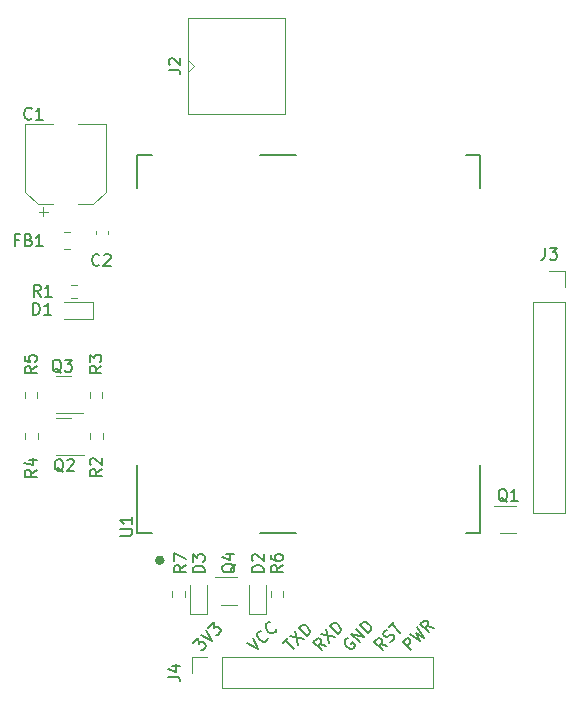
<source format=gbr>
%TF.GenerationSoftware,KiCad,Pcbnew,7.0.5*%
%TF.CreationDate,2023-07-01T23:53:25+07:00*%
%TF.ProjectId,PoeSci EFarm Rev 3,506f6553-6369-4204-9546-61726d205265,rev?*%
%TF.SameCoordinates,Original*%
%TF.FileFunction,Legend,Top*%
%TF.FilePolarity,Positive*%
%FSLAX46Y46*%
G04 Gerber Fmt 4.6, Leading zero omitted, Abs format (unit mm)*
G04 Created by KiCad (PCBNEW 7.0.5) date 2023-07-01 23:53:25*
%MOMM*%
%LPD*%
G01*
G04 APERTURE LIST*
%ADD10C,0.150000*%
%ADD11C,0.120000*%
%ADD12C,0.127000*%
%ADD13C,0.400000*%
G04 APERTURE END LIST*
D10*
X117909809Y-99032184D02*
X117808794Y-99065856D01*
X117808794Y-99065856D02*
X117707778Y-99166871D01*
X117707778Y-99166871D02*
X117640435Y-99301558D01*
X117640435Y-99301558D02*
X117640435Y-99436246D01*
X117640435Y-99436246D02*
X117674107Y-99537261D01*
X117674107Y-99537261D02*
X117775122Y-99705620D01*
X117775122Y-99705620D02*
X117876137Y-99806635D01*
X117876137Y-99806635D02*
X118044496Y-99907650D01*
X118044496Y-99907650D02*
X118145511Y-99941322D01*
X118145511Y-99941322D02*
X118280198Y-99941322D01*
X118280198Y-99941322D02*
X118414885Y-99873978D01*
X118414885Y-99873978D02*
X118482229Y-99806635D01*
X118482229Y-99806635D02*
X118549572Y-99671948D01*
X118549572Y-99671948D02*
X118549572Y-99604604D01*
X118549572Y-99604604D02*
X118313870Y-99368902D01*
X118313870Y-99368902D02*
X118179183Y-99503589D01*
X118919961Y-99368902D02*
X118212855Y-98661795D01*
X118212855Y-98661795D02*
X119324022Y-98964841D01*
X119324022Y-98964841D02*
X118616916Y-98257734D01*
X119660740Y-98628124D02*
X118953633Y-97921017D01*
X118953633Y-97921017D02*
X119121992Y-97752658D01*
X119121992Y-97752658D02*
X119256679Y-97685314D01*
X119256679Y-97685314D02*
X119391366Y-97685314D01*
X119391366Y-97685314D02*
X119492381Y-97718986D01*
X119492381Y-97718986D02*
X119660740Y-97820001D01*
X119660740Y-97820001D02*
X119761755Y-97921017D01*
X119761755Y-97921017D02*
X119862770Y-98089375D01*
X119862770Y-98089375D02*
X119896442Y-98190391D01*
X119896442Y-98190391D02*
X119896442Y-98325078D01*
X119896442Y-98325078D02*
X119829099Y-98459765D01*
X119829099Y-98459765D02*
X119660740Y-98628124D01*
X123259184Y-100076009D02*
X122552077Y-99368902D01*
X122552077Y-99368902D02*
X122821451Y-99099528D01*
X122821451Y-99099528D02*
X122922466Y-99065856D01*
X122922466Y-99065856D02*
X122989810Y-99065856D01*
X122989810Y-99065856D02*
X123090825Y-99099528D01*
X123090825Y-99099528D02*
X123191840Y-99200543D01*
X123191840Y-99200543D02*
X123225512Y-99301558D01*
X123225512Y-99301558D02*
X123225512Y-99368902D01*
X123225512Y-99368902D02*
X123191840Y-99469917D01*
X123191840Y-99469917D02*
X122922466Y-99739291D01*
X123191840Y-98729139D02*
X124067306Y-99267887D01*
X124067306Y-99267887D02*
X123696916Y-98628123D01*
X123696916Y-98628123D02*
X124336680Y-98998513D01*
X124336680Y-98998513D02*
X123797932Y-98123047D01*
X125178473Y-98156719D02*
X124606054Y-98055704D01*
X124774412Y-98560780D02*
X124067305Y-97853673D01*
X124067305Y-97853673D02*
X124336679Y-97584299D01*
X124336679Y-97584299D02*
X124437695Y-97550628D01*
X124437695Y-97550628D02*
X124505038Y-97550628D01*
X124505038Y-97550628D02*
X124606054Y-97584299D01*
X124606054Y-97584299D02*
X124707069Y-97685315D01*
X124707069Y-97685315D02*
X124740741Y-97786330D01*
X124740741Y-97786330D02*
X124740741Y-97853673D01*
X124740741Y-97853673D02*
X124707069Y-97954689D01*
X124707069Y-97954689D02*
X124437695Y-98224063D01*
X121274767Y-99671948D02*
X120702347Y-99570933D01*
X120870706Y-100076009D02*
X120163599Y-99368902D01*
X120163599Y-99368902D02*
X120432973Y-99099528D01*
X120432973Y-99099528D02*
X120533988Y-99065856D01*
X120533988Y-99065856D02*
X120601332Y-99065856D01*
X120601332Y-99065856D02*
X120702347Y-99099528D01*
X120702347Y-99099528D02*
X120803362Y-99200543D01*
X120803362Y-99200543D02*
X120837034Y-99301558D01*
X120837034Y-99301558D02*
X120837034Y-99368902D01*
X120837034Y-99368902D02*
X120803362Y-99469917D01*
X120803362Y-99469917D02*
X120533988Y-99739291D01*
X121510469Y-99368902D02*
X121645156Y-99301558D01*
X121645156Y-99301558D02*
X121813515Y-99133200D01*
X121813515Y-99133200D02*
X121847186Y-99032184D01*
X121847186Y-99032184D02*
X121847186Y-98964841D01*
X121847186Y-98964841D02*
X121813515Y-98863826D01*
X121813515Y-98863826D02*
X121746171Y-98796482D01*
X121746171Y-98796482D02*
X121645156Y-98762810D01*
X121645156Y-98762810D02*
X121577812Y-98762810D01*
X121577812Y-98762810D02*
X121476797Y-98796482D01*
X121476797Y-98796482D02*
X121308438Y-98897497D01*
X121308438Y-98897497D02*
X121207423Y-98931169D01*
X121207423Y-98931169D02*
X121140080Y-98931169D01*
X121140080Y-98931169D02*
X121039064Y-98897497D01*
X121039064Y-98897497D02*
X120971721Y-98830154D01*
X120971721Y-98830154D02*
X120938049Y-98729139D01*
X120938049Y-98729139D02*
X120938049Y-98661795D01*
X120938049Y-98661795D02*
X120971721Y-98560780D01*
X120971721Y-98560780D02*
X121140080Y-98392421D01*
X121140080Y-98392421D02*
X121274767Y-98325078D01*
X121443125Y-98089375D02*
X121847186Y-97685314D01*
X122352263Y-98594452D02*
X121645156Y-97887345D01*
X116110588Y-99671948D02*
X115538168Y-99570933D01*
X115706527Y-100076009D02*
X114999420Y-99368902D01*
X114999420Y-99368902D02*
X115268794Y-99099528D01*
X115268794Y-99099528D02*
X115369809Y-99065856D01*
X115369809Y-99065856D02*
X115437153Y-99065856D01*
X115437153Y-99065856D02*
X115538168Y-99099528D01*
X115538168Y-99099528D02*
X115639183Y-99200543D01*
X115639183Y-99200543D02*
X115672855Y-99301558D01*
X115672855Y-99301558D02*
X115672855Y-99368902D01*
X115672855Y-99368902D02*
X115639183Y-99469917D01*
X115639183Y-99469917D02*
X115369809Y-99739291D01*
X115639183Y-98729139D02*
X116817694Y-98964841D01*
X116110588Y-98257734D02*
X116346290Y-99436246D01*
X117087068Y-98695467D02*
X116379962Y-97988360D01*
X116379962Y-97988360D02*
X116548320Y-97820001D01*
X116548320Y-97820001D02*
X116683007Y-97752658D01*
X116683007Y-97752658D02*
X116817694Y-97752658D01*
X116817694Y-97752658D02*
X116918710Y-97786330D01*
X116918710Y-97786330D02*
X117087068Y-97887345D01*
X117087068Y-97887345D02*
X117188084Y-97988360D01*
X117188084Y-97988360D02*
X117289099Y-98156719D01*
X117289099Y-98156719D02*
X117322771Y-98257734D01*
X117322771Y-98257734D02*
X117322771Y-98392421D01*
X117322771Y-98392421D02*
X117255427Y-98527108D01*
X117255427Y-98527108D02*
X117087068Y-98695467D01*
X112442584Y-99469917D02*
X112846645Y-99065856D01*
X113351721Y-99974994D02*
X112644614Y-99267887D01*
X113015003Y-98897497D02*
X114193515Y-99133200D01*
X113486408Y-98426093D02*
X113722110Y-99604604D01*
X114462889Y-98863826D02*
X113755782Y-98156719D01*
X113755782Y-98156719D02*
X113924141Y-97988360D01*
X113924141Y-97988360D02*
X114058828Y-97921016D01*
X114058828Y-97921016D02*
X114193515Y-97921016D01*
X114193515Y-97921016D02*
X114294530Y-97954688D01*
X114294530Y-97954688D02*
X114462889Y-98055703D01*
X114462889Y-98055703D02*
X114563904Y-98156719D01*
X114563904Y-98156719D02*
X114664919Y-98325078D01*
X114664919Y-98325078D02*
X114698591Y-98426093D01*
X114698591Y-98426093D02*
X114698591Y-98560780D01*
X114698591Y-98560780D02*
X114631248Y-98695467D01*
X114631248Y-98695467D02*
X114462889Y-98863826D01*
X104839420Y-99436246D02*
X105277153Y-98998513D01*
X105277153Y-98998513D02*
X105310825Y-99503589D01*
X105310825Y-99503589D02*
X105411840Y-99402574D01*
X105411840Y-99402574D02*
X105512855Y-99368902D01*
X105512855Y-99368902D02*
X105580199Y-99368902D01*
X105580199Y-99368902D02*
X105681214Y-99402574D01*
X105681214Y-99402574D02*
X105849573Y-99570933D01*
X105849573Y-99570933D02*
X105883245Y-99671948D01*
X105883245Y-99671948D02*
X105883245Y-99739291D01*
X105883245Y-99739291D02*
X105849573Y-99840307D01*
X105849573Y-99840307D02*
X105647542Y-100042337D01*
X105647542Y-100042337D02*
X105546527Y-100076009D01*
X105546527Y-100076009D02*
X105479184Y-100076009D01*
X105479184Y-98796482D02*
X106421993Y-99267887D01*
X106421993Y-99267887D02*
X105950588Y-98325078D01*
X106118947Y-98156719D02*
X106556680Y-97718986D01*
X106556680Y-97718986D02*
X106590351Y-98224062D01*
X106590351Y-98224062D02*
X106691367Y-98123047D01*
X106691367Y-98123047D02*
X106792382Y-98089375D01*
X106792382Y-98089375D02*
X106859725Y-98089375D01*
X106859725Y-98089375D02*
X106960741Y-98123047D01*
X106960741Y-98123047D02*
X107129100Y-98291406D01*
X107129100Y-98291406D02*
X107162771Y-98392421D01*
X107162771Y-98392421D02*
X107162771Y-98459765D01*
X107162771Y-98459765D02*
X107129100Y-98560780D01*
X107129100Y-98560780D02*
X106927069Y-98762810D01*
X106927069Y-98762810D02*
X106826054Y-98796482D01*
X106826054Y-98796482D02*
X106758710Y-98796482D01*
X109414344Y-99469917D02*
X110357153Y-99941322D01*
X110357153Y-99941322D02*
X109885748Y-98998513D01*
X111165275Y-98998513D02*
X111165275Y-99065856D01*
X111165275Y-99065856D02*
X111097931Y-99200543D01*
X111097931Y-99200543D02*
X111030588Y-99267887D01*
X111030588Y-99267887D02*
X110895901Y-99335230D01*
X110895901Y-99335230D02*
X110761214Y-99335230D01*
X110761214Y-99335230D02*
X110660198Y-99301558D01*
X110660198Y-99301558D02*
X110491840Y-99200543D01*
X110491840Y-99200543D02*
X110390824Y-99099528D01*
X110390824Y-99099528D02*
X110289809Y-98931169D01*
X110289809Y-98931169D02*
X110256137Y-98830154D01*
X110256137Y-98830154D02*
X110256137Y-98695467D01*
X110256137Y-98695467D02*
X110323481Y-98560780D01*
X110323481Y-98560780D02*
X110390824Y-98493436D01*
X110390824Y-98493436D02*
X110525511Y-98426093D01*
X110525511Y-98426093D02*
X110592855Y-98426093D01*
X111872381Y-98291406D02*
X111872381Y-98358749D01*
X111872381Y-98358749D02*
X111805038Y-98493436D01*
X111805038Y-98493436D02*
X111737694Y-98560780D01*
X111737694Y-98560780D02*
X111603007Y-98628123D01*
X111603007Y-98628123D02*
X111468320Y-98628123D01*
X111468320Y-98628123D02*
X111367305Y-98594452D01*
X111367305Y-98594452D02*
X111198946Y-98493436D01*
X111198946Y-98493436D02*
X111097931Y-98392421D01*
X111097931Y-98392421D02*
X110996916Y-98224062D01*
X110996916Y-98224062D02*
X110963244Y-98123047D01*
X110963244Y-98123047D02*
X110963244Y-97988360D01*
X110963244Y-97988360D02*
X111030588Y-97853673D01*
X111030588Y-97853673D02*
X111097931Y-97786330D01*
X111097931Y-97786330D02*
X111232618Y-97718986D01*
X111232618Y-97718986D02*
X111299962Y-97718986D01*
%TO.C,D2*%
X110792419Y-93448094D02*
X109792419Y-93448094D01*
X109792419Y-93448094D02*
X109792419Y-93209999D01*
X109792419Y-93209999D02*
X109840038Y-93067142D01*
X109840038Y-93067142D02*
X109935276Y-92971904D01*
X109935276Y-92971904D02*
X110030514Y-92924285D01*
X110030514Y-92924285D02*
X110220990Y-92876666D01*
X110220990Y-92876666D02*
X110363847Y-92876666D01*
X110363847Y-92876666D02*
X110554323Y-92924285D01*
X110554323Y-92924285D02*
X110649561Y-92971904D01*
X110649561Y-92971904D02*
X110744800Y-93067142D01*
X110744800Y-93067142D02*
X110792419Y-93209999D01*
X110792419Y-93209999D02*
X110792419Y-93448094D01*
X109887657Y-92495713D02*
X109840038Y-92448094D01*
X109840038Y-92448094D02*
X109792419Y-92352856D01*
X109792419Y-92352856D02*
X109792419Y-92114761D01*
X109792419Y-92114761D02*
X109840038Y-92019523D01*
X109840038Y-92019523D02*
X109887657Y-91971904D01*
X109887657Y-91971904D02*
X109982895Y-91924285D01*
X109982895Y-91924285D02*
X110078133Y-91924285D01*
X110078133Y-91924285D02*
X110220990Y-91971904D01*
X110220990Y-91971904D02*
X110792419Y-92543332D01*
X110792419Y-92543332D02*
X110792419Y-91924285D01*
%TO.C,U1*%
X98654646Y-90362150D02*
X99464431Y-90362150D01*
X99464431Y-90362150D02*
X99559700Y-90314516D01*
X99559700Y-90314516D02*
X99607335Y-90266882D01*
X99607335Y-90266882D02*
X99654969Y-90171613D01*
X99654969Y-90171613D02*
X99654969Y-89981075D01*
X99654969Y-89981075D02*
X99607335Y-89885806D01*
X99607335Y-89885806D02*
X99559700Y-89838172D01*
X99559700Y-89838172D02*
X99464431Y-89790537D01*
X99464431Y-89790537D02*
X98654646Y-89790537D01*
X99654969Y-88790215D02*
X99654969Y-89361828D01*
X99654969Y-89076021D02*
X98654646Y-89076021D01*
X98654646Y-89076021D02*
X98797549Y-89171290D01*
X98797549Y-89171290D02*
X98892818Y-89266559D01*
X98892818Y-89266559D02*
X98940453Y-89361828D01*
%TO.C,J3*%
X134616866Y-66004819D02*
X134616866Y-66719104D01*
X134616866Y-66719104D02*
X134569247Y-66861961D01*
X134569247Y-66861961D02*
X134474009Y-66957200D01*
X134474009Y-66957200D02*
X134331152Y-67004819D01*
X134331152Y-67004819D02*
X134235914Y-67004819D01*
X134997819Y-66004819D02*
X135616866Y-66004819D01*
X135616866Y-66004819D02*
X135283533Y-66385771D01*
X135283533Y-66385771D02*
X135426390Y-66385771D01*
X135426390Y-66385771D02*
X135521628Y-66433390D01*
X135521628Y-66433390D02*
X135569247Y-66481009D01*
X135569247Y-66481009D02*
X135616866Y-66576247D01*
X135616866Y-66576247D02*
X135616866Y-66814342D01*
X135616866Y-66814342D02*
X135569247Y-66909580D01*
X135569247Y-66909580D02*
X135521628Y-66957200D01*
X135521628Y-66957200D02*
X135426390Y-67004819D01*
X135426390Y-67004819D02*
X135140676Y-67004819D01*
X135140676Y-67004819D02*
X135045438Y-66957200D01*
X135045438Y-66957200D02*
X134997819Y-66909580D01*
%TO.C,R7*%
X104213819Y-92876666D02*
X103737628Y-93209999D01*
X104213819Y-93448094D02*
X103213819Y-93448094D01*
X103213819Y-93448094D02*
X103213819Y-93067142D01*
X103213819Y-93067142D02*
X103261438Y-92971904D01*
X103261438Y-92971904D02*
X103309057Y-92924285D01*
X103309057Y-92924285D02*
X103404295Y-92876666D01*
X103404295Y-92876666D02*
X103547152Y-92876666D01*
X103547152Y-92876666D02*
X103642390Y-92924285D01*
X103642390Y-92924285D02*
X103690009Y-92971904D01*
X103690009Y-92971904D02*
X103737628Y-93067142D01*
X103737628Y-93067142D02*
X103737628Y-93448094D01*
X103213819Y-92543332D02*
X103213819Y-91876666D01*
X103213819Y-91876666D02*
X104213819Y-92305237D01*
%TO.C,C1*%
X91146333Y-55045780D02*
X91098714Y-55093400D01*
X91098714Y-55093400D02*
X90955857Y-55141019D01*
X90955857Y-55141019D02*
X90860619Y-55141019D01*
X90860619Y-55141019D02*
X90717762Y-55093400D01*
X90717762Y-55093400D02*
X90622524Y-54998161D01*
X90622524Y-54998161D02*
X90574905Y-54902923D01*
X90574905Y-54902923D02*
X90527286Y-54712447D01*
X90527286Y-54712447D02*
X90527286Y-54569590D01*
X90527286Y-54569590D02*
X90574905Y-54379114D01*
X90574905Y-54379114D02*
X90622524Y-54283876D01*
X90622524Y-54283876D02*
X90717762Y-54188638D01*
X90717762Y-54188638D02*
X90860619Y-54141019D01*
X90860619Y-54141019D02*
X90955857Y-54141019D01*
X90955857Y-54141019D02*
X91098714Y-54188638D01*
X91098714Y-54188638D02*
X91146333Y-54236257D01*
X92098714Y-55141019D02*
X91527286Y-55141019D01*
X91813000Y-55141019D02*
X91813000Y-54141019D01*
X91813000Y-54141019D02*
X91717762Y-54283876D01*
X91717762Y-54283876D02*
X91622524Y-54379114D01*
X91622524Y-54379114D02*
X91527286Y-54426733D01*
%TO.C,R5*%
X91564619Y-76036466D02*
X91088428Y-76369799D01*
X91564619Y-76607894D02*
X90564619Y-76607894D01*
X90564619Y-76607894D02*
X90564619Y-76226942D01*
X90564619Y-76226942D02*
X90612238Y-76131704D01*
X90612238Y-76131704D02*
X90659857Y-76084085D01*
X90659857Y-76084085D02*
X90755095Y-76036466D01*
X90755095Y-76036466D02*
X90897952Y-76036466D01*
X90897952Y-76036466D02*
X90993190Y-76084085D01*
X90993190Y-76084085D02*
X91040809Y-76131704D01*
X91040809Y-76131704D02*
X91088428Y-76226942D01*
X91088428Y-76226942D02*
X91088428Y-76607894D01*
X90564619Y-75131704D02*
X90564619Y-75607894D01*
X90564619Y-75607894D02*
X91040809Y-75655513D01*
X91040809Y-75655513D02*
X90993190Y-75607894D01*
X90993190Y-75607894D02*
X90945571Y-75512656D01*
X90945571Y-75512656D02*
X90945571Y-75274561D01*
X90945571Y-75274561D02*
X90993190Y-75179323D01*
X90993190Y-75179323D02*
X91040809Y-75131704D01*
X91040809Y-75131704D02*
X91136047Y-75084085D01*
X91136047Y-75084085D02*
X91374142Y-75084085D01*
X91374142Y-75084085D02*
X91469380Y-75131704D01*
X91469380Y-75131704D02*
X91517000Y-75179323D01*
X91517000Y-75179323D02*
X91564619Y-75274561D01*
X91564619Y-75274561D02*
X91564619Y-75512656D01*
X91564619Y-75512656D02*
X91517000Y-75607894D01*
X91517000Y-75607894D02*
X91469380Y-75655513D01*
%TO.C,FB1*%
X90047866Y-65336009D02*
X89714533Y-65336009D01*
X89714533Y-65859819D02*
X89714533Y-64859819D01*
X89714533Y-64859819D02*
X90190723Y-64859819D01*
X90905009Y-65336009D02*
X91047866Y-65383628D01*
X91047866Y-65383628D02*
X91095485Y-65431247D01*
X91095485Y-65431247D02*
X91143104Y-65526485D01*
X91143104Y-65526485D02*
X91143104Y-65669342D01*
X91143104Y-65669342D02*
X91095485Y-65764580D01*
X91095485Y-65764580D02*
X91047866Y-65812200D01*
X91047866Y-65812200D02*
X90952628Y-65859819D01*
X90952628Y-65859819D02*
X90571676Y-65859819D01*
X90571676Y-65859819D02*
X90571676Y-64859819D01*
X90571676Y-64859819D02*
X90905009Y-64859819D01*
X90905009Y-64859819D02*
X91000247Y-64907438D01*
X91000247Y-64907438D02*
X91047866Y-64955057D01*
X91047866Y-64955057D02*
X91095485Y-65050295D01*
X91095485Y-65050295D02*
X91095485Y-65145533D01*
X91095485Y-65145533D02*
X91047866Y-65240771D01*
X91047866Y-65240771D02*
X91000247Y-65288390D01*
X91000247Y-65288390D02*
X90905009Y-65336009D01*
X90905009Y-65336009D02*
X90571676Y-65336009D01*
X92095485Y-65859819D02*
X91524057Y-65859819D01*
X91809771Y-65859819D02*
X91809771Y-64859819D01*
X91809771Y-64859819D02*
X91714533Y-65002676D01*
X91714533Y-65002676D02*
X91619295Y-65097914D01*
X91619295Y-65097914D02*
X91524057Y-65145533D01*
%TO.C,J2*%
X102738219Y-50930133D02*
X103452504Y-50930133D01*
X103452504Y-50930133D02*
X103595361Y-50977752D01*
X103595361Y-50977752D02*
X103690600Y-51072990D01*
X103690600Y-51072990D02*
X103738219Y-51215847D01*
X103738219Y-51215847D02*
X103738219Y-51311085D01*
X102833457Y-50501561D02*
X102785838Y-50453942D01*
X102785838Y-50453942D02*
X102738219Y-50358704D01*
X102738219Y-50358704D02*
X102738219Y-50120609D01*
X102738219Y-50120609D02*
X102785838Y-50025371D01*
X102785838Y-50025371D02*
X102833457Y-49977752D01*
X102833457Y-49977752D02*
X102928695Y-49930133D01*
X102928695Y-49930133D02*
X103023933Y-49930133D01*
X103023933Y-49930133D02*
X103166790Y-49977752D01*
X103166790Y-49977752D02*
X103738219Y-50549180D01*
X103738219Y-50549180D02*
X103738219Y-49930133D01*
%TO.C,D1*%
X91286105Y-71676419D02*
X91286105Y-70676419D01*
X91286105Y-70676419D02*
X91524200Y-70676419D01*
X91524200Y-70676419D02*
X91667057Y-70724038D01*
X91667057Y-70724038D02*
X91762295Y-70819276D01*
X91762295Y-70819276D02*
X91809914Y-70914514D01*
X91809914Y-70914514D02*
X91857533Y-71104990D01*
X91857533Y-71104990D02*
X91857533Y-71247847D01*
X91857533Y-71247847D02*
X91809914Y-71438323D01*
X91809914Y-71438323D02*
X91762295Y-71533561D01*
X91762295Y-71533561D02*
X91667057Y-71628800D01*
X91667057Y-71628800D02*
X91524200Y-71676419D01*
X91524200Y-71676419D02*
X91286105Y-71676419D01*
X92809914Y-71676419D02*
X92238486Y-71676419D01*
X92524200Y-71676419D02*
X92524200Y-70676419D01*
X92524200Y-70676419D02*
X92428962Y-70819276D01*
X92428962Y-70819276D02*
X92333724Y-70914514D01*
X92333724Y-70914514D02*
X92238486Y-70962133D01*
%TO.C,J4*%
X102704819Y-102308333D02*
X103419104Y-102308333D01*
X103419104Y-102308333D02*
X103561961Y-102355952D01*
X103561961Y-102355952D02*
X103657200Y-102451190D01*
X103657200Y-102451190D02*
X103704819Y-102594047D01*
X103704819Y-102594047D02*
X103704819Y-102689285D01*
X103038152Y-101403571D02*
X103704819Y-101403571D01*
X102657200Y-101641666D02*
X103371485Y-101879761D01*
X103371485Y-101879761D02*
X103371485Y-101260714D01*
%TO.C,Q1*%
X131404761Y-87519657D02*
X131309523Y-87472038D01*
X131309523Y-87472038D02*
X131214285Y-87376800D01*
X131214285Y-87376800D02*
X131071428Y-87233942D01*
X131071428Y-87233942D02*
X130976190Y-87186323D01*
X130976190Y-87186323D02*
X130880952Y-87186323D01*
X130928571Y-87424419D02*
X130833333Y-87376800D01*
X130833333Y-87376800D02*
X130738095Y-87281561D01*
X130738095Y-87281561D02*
X130690476Y-87091085D01*
X130690476Y-87091085D02*
X130690476Y-86757752D01*
X130690476Y-86757752D02*
X130738095Y-86567276D01*
X130738095Y-86567276D02*
X130833333Y-86472038D01*
X130833333Y-86472038D02*
X130928571Y-86424419D01*
X130928571Y-86424419D02*
X131119047Y-86424419D01*
X131119047Y-86424419D02*
X131214285Y-86472038D01*
X131214285Y-86472038D02*
X131309523Y-86567276D01*
X131309523Y-86567276D02*
X131357142Y-86757752D01*
X131357142Y-86757752D02*
X131357142Y-87091085D01*
X131357142Y-87091085D02*
X131309523Y-87281561D01*
X131309523Y-87281561D02*
X131214285Y-87376800D01*
X131214285Y-87376800D02*
X131119047Y-87424419D01*
X131119047Y-87424419D02*
X130928571Y-87424419D01*
X132309523Y-87424419D02*
X131738095Y-87424419D01*
X132023809Y-87424419D02*
X132023809Y-86424419D01*
X132023809Y-86424419D02*
X131928571Y-86567276D01*
X131928571Y-86567276D02*
X131833333Y-86662514D01*
X131833333Y-86662514D02*
X131738095Y-86710133D01*
%TO.C,Q4*%
X108398457Y-92754438D02*
X108350838Y-92849676D01*
X108350838Y-92849676D02*
X108255600Y-92944914D01*
X108255600Y-92944914D02*
X108112742Y-93087771D01*
X108112742Y-93087771D02*
X108065123Y-93183009D01*
X108065123Y-93183009D02*
X108065123Y-93278247D01*
X108303219Y-93230628D02*
X108255600Y-93325866D01*
X108255600Y-93325866D02*
X108160361Y-93421104D01*
X108160361Y-93421104D02*
X107969885Y-93468723D01*
X107969885Y-93468723D02*
X107636552Y-93468723D01*
X107636552Y-93468723D02*
X107446076Y-93421104D01*
X107446076Y-93421104D02*
X107350838Y-93325866D01*
X107350838Y-93325866D02*
X107303219Y-93230628D01*
X107303219Y-93230628D02*
X107303219Y-93040152D01*
X107303219Y-93040152D02*
X107350838Y-92944914D01*
X107350838Y-92944914D02*
X107446076Y-92849676D01*
X107446076Y-92849676D02*
X107636552Y-92802057D01*
X107636552Y-92802057D02*
X107969885Y-92802057D01*
X107969885Y-92802057D02*
X108160361Y-92849676D01*
X108160361Y-92849676D02*
X108255600Y-92944914D01*
X108255600Y-92944914D02*
X108303219Y-93040152D01*
X108303219Y-93040152D02*
X108303219Y-93230628D01*
X107636552Y-91944914D02*
X108303219Y-91944914D01*
X107255600Y-92183009D02*
X107969885Y-92421104D01*
X107969885Y-92421104D02*
X107969885Y-91802057D01*
%TO.C,D3*%
X105788619Y-93473494D02*
X104788619Y-93473494D01*
X104788619Y-93473494D02*
X104788619Y-93235399D01*
X104788619Y-93235399D02*
X104836238Y-93092542D01*
X104836238Y-93092542D02*
X104931476Y-92997304D01*
X104931476Y-92997304D02*
X105026714Y-92949685D01*
X105026714Y-92949685D02*
X105217190Y-92902066D01*
X105217190Y-92902066D02*
X105360047Y-92902066D01*
X105360047Y-92902066D02*
X105550523Y-92949685D01*
X105550523Y-92949685D02*
X105645761Y-92997304D01*
X105645761Y-92997304D02*
X105741000Y-93092542D01*
X105741000Y-93092542D02*
X105788619Y-93235399D01*
X105788619Y-93235399D02*
X105788619Y-93473494D01*
X104788619Y-92568732D02*
X104788619Y-91949685D01*
X104788619Y-91949685D02*
X105169571Y-92283018D01*
X105169571Y-92283018D02*
X105169571Y-92140161D01*
X105169571Y-92140161D02*
X105217190Y-92044923D01*
X105217190Y-92044923D02*
X105264809Y-91997304D01*
X105264809Y-91997304D02*
X105360047Y-91949685D01*
X105360047Y-91949685D02*
X105598142Y-91949685D01*
X105598142Y-91949685D02*
X105693380Y-91997304D01*
X105693380Y-91997304D02*
X105741000Y-92044923D01*
X105741000Y-92044923D02*
X105788619Y-92140161D01*
X105788619Y-92140161D02*
X105788619Y-92425875D01*
X105788619Y-92425875D02*
X105741000Y-92521113D01*
X105741000Y-92521113D02*
X105693380Y-92568732D01*
%TO.C,C2*%
X96886733Y-67440980D02*
X96839114Y-67488600D01*
X96839114Y-67488600D02*
X96696257Y-67536219D01*
X96696257Y-67536219D02*
X96601019Y-67536219D01*
X96601019Y-67536219D02*
X96458162Y-67488600D01*
X96458162Y-67488600D02*
X96362924Y-67393361D01*
X96362924Y-67393361D02*
X96315305Y-67298123D01*
X96315305Y-67298123D02*
X96267686Y-67107647D01*
X96267686Y-67107647D02*
X96267686Y-66964790D01*
X96267686Y-66964790D02*
X96315305Y-66774314D01*
X96315305Y-66774314D02*
X96362924Y-66679076D01*
X96362924Y-66679076D02*
X96458162Y-66583838D01*
X96458162Y-66583838D02*
X96601019Y-66536219D01*
X96601019Y-66536219D02*
X96696257Y-66536219D01*
X96696257Y-66536219D02*
X96839114Y-66583838D01*
X96839114Y-66583838D02*
X96886733Y-66631457D01*
X97267686Y-66631457D02*
X97315305Y-66583838D01*
X97315305Y-66583838D02*
X97410543Y-66536219D01*
X97410543Y-66536219D02*
X97648638Y-66536219D01*
X97648638Y-66536219D02*
X97743876Y-66583838D01*
X97743876Y-66583838D02*
X97791495Y-66631457D01*
X97791495Y-66631457D02*
X97839114Y-66726695D01*
X97839114Y-66726695D02*
X97839114Y-66821933D01*
X97839114Y-66821933D02*
X97791495Y-66964790D01*
X97791495Y-66964790D02*
X97220067Y-67536219D01*
X97220067Y-67536219D02*
X97839114Y-67536219D01*
%TO.C,R3*%
X97051019Y-75985666D02*
X96574828Y-76318999D01*
X97051019Y-76557094D02*
X96051019Y-76557094D01*
X96051019Y-76557094D02*
X96051019Y-76176142D01*
X96051019Y-76176142D02*
X96098638Y-76080904D01*
X96098638Y-76080904D02*
X96146257Y-76033285D01*
X96146257Y-76033285D02*
X96241495Y-75985666D01*
X96241495Y-75985666D02*
X96384352Y-75985666D01*
X96384352Y-75985666D02*
X96479590Y-76033285D01*
X96479590Y-76033285D02*
X96527209Y-76080904D01*
X96527209Y-76080904D02*
X96574828Y-76176142D01*
X96574828Y-76176142D02*
X96574828Y-76557094D01*
X96051019Y-75652332D02*
X96051019Y-75033285D01*
X96051019Y-75033285D02*
X96431971Y-75366618D01*
X96431971Y-75366618D02*
X96431971Y-75223761D01*
X96431971Y-75223761D02*
X96479590Y-75128523D01*
X96479590Y-75128523D02*
X96527209Y-75080904D01*
X96527209Y-75080904D02*
X96622447Y-75033285D01*
X96622447Y-75033285D02*
X96860542Y-75033285D01*
X96860542Y-75033285D02*
X96955780Y-75080904D01*
X96955780Y-75080904D02*
X97003400Y-75128523D01*
X97003400Y-75128523D02*
X97051019Y-75223761D01*
X97051019Y-75223761D02*
X97051019Y-75509475D01*
X97051019Y-75509475D02*
X97003400Y-75604713D01*
X97003400Y-75604713D02*
X96955780Y-75652332D01*
%TO.C,R1*%
X91908333Y-70127019D02*
X91575000Y-69650828D01*
X91336905Y-70127019D02*
X91336905Y-69127019D01*
X91336905Y-69127019D02*
X91717857Y-69127019D01*
X91717857Y-69127019D02*
X91813095Y-69174638D01*
X91813095Y-69174638D02*
X91860714Y-69222257D01*
X91860714Y-69222257D02*
X91908333Y-69317495D01*
X91908333Y-69317495D02*
X91908333Y-69460352D01*
X91908333Y-69460352D02*
X91860714Y-69555590D01*
X91860714Y-69555590D02*
X91813095Y-69603209D01*
X91813095Y-69603209D02*
X91717857Y-69650828D01*
X91717857Y-69650828D02*
X91336905Y-69650828D01*
X92860714Y-70127019D02*
X92289286Y-70127019D01*
X92575000Y-70127019D02*
X92575000Y-69127019D01*
X92575000Y-69127019D02*
X92479762Y-69269876D01*
X92479762Y-69269876D02*
X92384524Y-69365114D01*
X92384524Y-69365114D02*
X92289286Y-69412733D01*
%TO.C,R6*%
X112392619Y-92876666D02*
X111916428Y-93209999D01*
X112392619Y-93448094D02*
X111392619Y-93448094D01*
X111392619Y-93448094D02*
X111392619Y-93067142D01*
X111392619Y-93067142D02*
X111440238Y-92971904D01*
X111440238Y-92971904D02*
X111487857Y-92924285D01*
X111487857Y-92924285D02*
X111583095Y-92876666D01*
X111583095Y-92876666D02*
X111725952Y-92876666D01*
X111725952Y-92876666D02*
X111821190Y-92924285D01*
X111821190Y-92924285D02*
X111868809Y-92971904D01*
X111868809Y-92971904D02*
X111916428Y-93067142D01*
X111916428Y-93067142D02*
X111916428Y-93448094D01*
X111392619Y-92019523D02*
X111392619Y-92209999D01*
X111392619Y-92209999D02*
X111440238Y-92305237D01*
X111440238Y-92305237D02*
X111487857Y-92352856D01*
X111487857Y-92352856D02*
X111630714Y-92448094D01*
X111630714Y-92448094D02*
X111821190Y-92495713D01*
X111821190Y-92495713D02*
X112202142Y-92495713D01*
X112202142Y-92495713D02*
X112297380Y-92448094D01*
X112297380Y-92448094D02*
X112345000Y-92400475D01*
X112345000Y-92400475D02*
X112392619Y-92305237D01*
X112392619Y-92305237D02*
X112392619Y-92114761D01*
X112392619Y-92114761D02*
X112345000Y-92019523D01*
X112345000Y-92019523D02*
X112297380Y-91971904D01*
X112297380Y-91971904D02*
X112202142Y-91924285D01*
X112202142Y-91924285D02*
X111964047Y-91924285D01*
X111964047Y-91924285D02*
X111868809Y-91971904D01*
X111868809Y-91971904D02*
X111821190Y-92019523D01*
X111821190Y-92019523D02*
X111773571Y-92114761D01*
X111773571Y-92114761D02*
X111773571Y-92305237D01*
X111773571Y-92305237D02*
X111821190Y-92400475D01*
X111821190Y-92400475D02*
X111868809Y-92448094D01*
X111868809Y-92448094D02*
X111964047Y-92495713D01*
%TO.C,R2*%
X97076419Y-84748666D02*
X96600228Y-85081999D01*
X97076419Y-85320094D02*
X96076419Y-85320094D01*
X96076419Y-85320094D02*
X96076419Y-84939142D01*
X96076419Y-84939142D02*
X96124038Y-84843904D01*
X96124038Y-84843904D02*
X96171657Y-84796285D01*
X96171657Y-84796285D02*
X96266895Y-84748666D01*
X96266895Y-84748666D02*
X96409752Y-84748666D01*
X96409752Y-84748666D02*
X96504990Y-84796285D01*
X96504990Y-84796285D02*
X96552609Y-84843904D01*
X96552609Y-84843904D02*
X96600228Y-84939142D01*
X96600228Y-84939142D02*
X96600228Y-85320094D01*
X96171657Y-84367713D02*
X96124038Y-84320094D01*
X96124038Y-84320094D02*
X96076419Y-84224856D01*
X96076419Y-84224856D02*
X96076419Y-83986761D01*
X96076419Y-83986761D02*
X96124038Y-83891523D01*
X96124038Y-83891523D02*
X96171657Y-83843904D01*
X96171657Y-83843904D02*
X96266895Y-83796285D01*
X96266895Y-83796285D02*
X96362133Y-83796285D01*
X96362133Y-83796285D02*
X96504990Y-83843904D01*
X96504990Y-83843904D02*
X97076419Y-84415332D01*
X97076419Y-84415332D02*
X97076419Y-83796285D01*
%TO.C,R4*%
X91564619Y-84799466D02*
X91088428Y-85132799D01*
X91564619Y-85370894D02*
X90564619Y-85370894D01*
X90564619Y-85370894D02*
X90564619Y-84989942D01*
X90564619Y-84989942D02*
X90612238Y-84894704D01*
X90612238Y-84894704D02*
X90659857Y-84847085D01*
X90659857Y-84847085D02*
X90755095Y-84799466D01*
X90755095Y-84799466D02*
X90897952Y-84799466D01*
X90897952Y-84799466D02*
X90993190Y-84847085D01*
X90993190Y-84847085D02*
X91040809Y-84894704D01*
X91040809Y-84894704D02*
X91088428Y-84989942D01*
X91088428Y-84989942D02*
X91088428Y-85370894D01*
X90897952Y-83942323D02*
X91564619Y-83942323D01*
X90517000Y-84180418D02*
X91231285Y-84418513D01*
X91231285Y-84418513D02*
X91231285Y-83799466D01*
%TO.C,Q2*%
X93833961Y-84979657D02*
X93738723Y-84932038D01*
X93738723Y-84932038D02*
X93643485Y-84836800D01*
X93643485Y-84836800D02*
X93500628Y-84693942D01*
X93500628Y-84693942D02*
X93405390Y-84646323D01*
X93405390Y-84646323D02*
X93310152Y-84646323D01*
X93357771Y-84884419D02*
X93262533Y-84836800D01*
X93262533Y-84836800D02*
X93167295Y-84741561D01*
X93167295Y-84741561D02*
X93119676Y-84551085D01*
X93119676Y-84551085D02*
X93119676Y-84217752D01*
X93119676Y-84217752D02*
X93167295Y-84027276D01*
X93167295Y-84027276D02*
X93262533Y-83932038D01*
X93262533Y-83932038D02*
X93357771Y-83884419D01*
X93357771Y-83884419D02*
X93548247Y-83884419D01*
X93548247Y-83884419D02*
X93643485Y-83932038D01*
X93643485Y-83932038D02*
X93738723Y-84027276D01*
X93738723Y-84027276D02*
X93786342Y-84217752D01*
X93786342Y-84217752D02*
X93786342Y-84551085D01*
X93786342Y-84551085D02*
X93738723Y-84741561D01*
X93738723Y-84741561D02*
X93643485Y-84836800D01*
X93643485Y-84836800D02*
X93548247Y-84884419D01*
X93548247Y-84884419D02*
X93357771Y-84884419D01*
X94167295Y-83979657D02*
X94214914Y-83932038D01*
X94214914Y-83932038D02*
X94310152Y-83884419D01*
X94310152Y-83884419D02*
X94548247Y-83884419D01*
X94548247Y-83884419D02*
X94643485Y-83932038D01*
X94643485Y-83932038D02*
X94691104Y-83979657D01*
X94691104Y-83979657D02*
X94738723Y-84074895D01*
X94738723Y-84074895D02*
X94738723Y-84170133D01*
X94738723Y-84170133D02*
X94691104Y-84312990D01*
X94691104Y-84312990D02*
X94119676Y-84884419D01*
X94119676Y-84884419D02*
X94738723Y-84884419D01*
%TO.C,Q3*%
X93656161Y-76572257D02*
X93560923Y-76524638D01*
X93560923Y-76524638D02*
X93465685Y-76429400D01*
X93465685Y-76429400D02*
X93322828Y-76286542D01*
X93322828Y-76286542D02*
X93227590Y-76238923D01*
X93227590Y-76238923D02*
X93132352Y-76238923D01*
X93179971Y-76477019D02*
X93084733Y-76429400D01*
X93084733Y-76429400D02*
X92989495Y-76334161D01*
X92989495Y-76334161D02*
X92941876Y-76143685D01*
X92941876Y-76143685D02*
X92941876Y-75810352D01*
X92941876Y-75810352D02*
X92989495Y-75619876D01*
X92989495Y-75619876D02*
X93084733Y-75524638D01*
X93084733Y-75524638D02*
X93179971Y-75477019D01*
X93179971Y-75477019D02*
X93370447Y-75477019D01*
X93370447Y-75477019D02*
X93465685Y-75524638D01*
X93465685Y-75524638D02*
X93560923Y-75619876D01*
X93560923Y-75619876D02*
X93608542Y-75810352D01*
X93608542Y-75810352D02*
X93608542Y-76143685D01*
X93608542Y-76143685D02*
X93560923Y-76334161D01*
X93560923Y-76334161D02*
X93465685Y-76429400D01*
X93465685Y-76429400D02*
X93370447Y-76477019D01*
X93370447Y-76477019D02*
X93179971Y-76477019D01*
X93941876Y-75477019D02*
X94560923Y-75477019D01*
X94560923Y-75477019D02*
X94227590Y-75857971D01*
X94227590Y-75857971D02*
X94370447Y-75857971D01*
X94370447Y-75857971D02*
X94465685Y-75905590D01*
X94465685Y-75905590D02*
X94513304Y-75953209D01*
X94513304Y-75953209D02*
X94560923Y-76048447D01*
X94560923Y-76048447D02*
X94560923Y-76286542D01*
X94560923Y-76286542D02*
X94513304Y-76381780D01*
X94513304Y-76381780D02*
X94465685Y-76429400D01*
X94465685Y-76429400D02*
X94370447Y-76477019D01*
X94370447Y-76477019D02*
X94084733Y-76477019D01*
X94084733Y-76477019D02*
X93989495Y-76429400D01*
X93989495Y-76429400D02*
X93941876Y-76381780D01*
D11*
%TO.C,D2*%
X109563400Y-96985000D02*
X111033400Y-96985000D01*
X111033400Y-96985000D02*
X111033400Y-94525000D01*
X109563400Y-94525000D02*
X109563400Y-96985000D01*
D12*
%TO.C,U1*%
X100100000Y-90150000D02*
X100100000Y-84400000D01*
X101300000Y-90150000D02*
X100100000Y-90150000D01*
X110500000Y-90150000D02*
X113500000Y-90150000D01*
X127900000Y-90150000D02*
X129100000Y-90150000D01*
X129100000Y-90150000D02*
X129100000Y-84400000D01*
X100100000Y-60900000D02*
X100100000Y-58150000D01*
X129100000Y-60900000D02*
X129100000Y-58150000D01*
X100100000Y-58150000D02*
X101300000Y-58150000D01*
X113500000Y-58150000D02*
X110500000Y-58150000D01*
X129100000Y-58150000D02*
X127900000Y-58150000D01*
D13*
X102200000Y-92450000D02*
G75*
G03*
X102200000Y-92450000I-200000J0D01*
G01*
D11*
%TO.C,J3*%
X133620200Y-70590000D02*
X133620200Y-88430000D01*
X133620200Y-70590000D02*
X136280200Y-70590000D01*
X133620200Y-88430000D02*
X136280200Y-88430000D01*
X134950200Y-67990000D02*
X136280200Y-67990000D01*
X136280200Y-67990000D02*
X136280200Y-69320000D01*
X136280200Y-70590000D02*
X136280200Y-88430000D01*
%TO.C,R7*%
X103075900Y-95567224D02*
X103075900Y-95057776D01*
X104120900Y-95567224D02*
X104120900Y-95057776D01*
%TO.C,C1*%
X92152500Y-63337500D02*
X92152500Y-62550000D01*
X91758750Y-62943750D02*
X92546250Y-62943750D01*
X91654437Y-62310000D02*
X92940000Y-62310000D01*
X91654437Y-62310000D02*
X90590000Y-61245563D01*
X96345563Y-62310000D02*
X95060000Y-62310000D01*
X96345563Y-62310000D02*
X97410000Y-61245563D01*
X90590000Y-61245563D02*
X90590000Y-55490000D01*
X97410000Y-61245563D02*
X97410000Y-55490000D01*
X90590000Y-55490000D02*
X92940000Y-55490000D01*
X97410000Y-55490000D02*
X95060000Y-55490000D01*
%TO.C,R5*%
X90552500Y-78704724D02*
X90552500Y-78195276D01*
X91597500Y-78704724D02*
X91597500Y-78195276D01*
%TO.C,FB1*%
X93913748Y-64690000D02*
X94436252Y-64690000D01*
X93913748Y-66110000D02*
X94436252Y-66110000D01*
%TO.C,J2*%
X104383400Y-46496800D02*
X104383400Y-54696800D01*
X104383400Y-46496800D02*
X112583400Y-46496800D01*
X104383400Y-51096800D02*
X104883400Y-50596800D01*
X104383400Y-54696800D02*
X112583400Y-54696800D01*
X104883400Y-50596800D02*
X104383400Y-50096800D01*
X112583400Y-46496800D02*
X112583400Y-54696800D01*
%TO.C,D1*%
X96360000Y-72035000D02*
X96360000Y-70565000D01*
X96360000Y-70565000D02*
X93900000Y-70565000D01*
X93900000Y-72035000D02*
X96360000Y-72035000D01*
%TO.C,J4*%
X107290000Y-103305000D02*
X125130000Y-103305000D01*
X107290000Y-103305000D02*
X107290000Y-100645000D01*
X125130000Y-103305000D02*
X125130000Y-100645000D01*
X104690000Y-101975000D02*
X104690000Y-100645000D01*
X104690000Y-100645000D02*
X106020000Y-100645000D01*
X107290000Y-100645000D02*
X125130000Y-100645000D01*
%TO.C,Q1*%
X130800000Y-90160000D02*
X132200000Y-90160000D01*
X132200000Y-87840000D02*
X130300000Y-87840000D01*
%TO.C,Q4*%
X107148400Y-96210000D02*
X108548400Y-96210000D01*
X108548400Y-93890000D02*
X106648400Y-93890000D01*
%TO.C,D3*%
X104563400Y-96972500D02*
X106033400Y-96972500D01*
X106033400Y-96972500D02*
X106033400Y-94512500D01*
X104563400Y-94512500D02*
X104563400Y-96972500D01*
%TO.C,C2*%
X96590000Y-64846267D02*
X96590000Y-64553733D01*
X97610000Y-64846267D02*
X97610000Y-64553733D01*
%TO.C,R3*%
X96052500Y-78704724D02*
X96052500Y-78195276D01*
X97097500Y-78704724D02*
X97097500Y-78195276D01*
%TO.C,R1*%
X94954724Y-70222500D02*
X94445276Y-70222500D01*
X94954724Y-69177500D02*
X94445276Y-69177500D01*
%TO.C,R6*%
X111375900Y-95554724D02*
X111375900Y-95045276D01*
X112420900Y-95554724D02*
X112420900Y-95045276D01*
%TO.C,R2*%
X96115000Y-82204724D02*
X96115000Y-81695276D01*
X97160000Y-82204724D02*
X97160000Y-81695276D01*
%TO.C,R4*%
X91660000Y-81695276D02*
X91660000Y-82204724D01*
X90615000Y-81695276D02*
X90615000Y-82204724D01*
%TO.C,Q2*%
X93875000Y-83510000D02*
X95550000Y-83510000D01*
X93875000Y-83510000D02*
X93225000Y-83510000D01*
X93875000Y-80390000D02*
X94525000Y-80390000D01*
X93875000Y-80390000D02*
X93225000Y-80390000D01*
%TO.C,Q3*%
X93837500Y-79960000D02*
X95512500Y-79960000D01*
X93837500Y-79960000D02*
X93187500Y-79960000D01*
X93837500Y-76840000D02*
X94487500Y-76840000D01*
X93837500Y-76840000D02*
X93187500Y-76840000D01*
%TD*%
M02*

</source>
